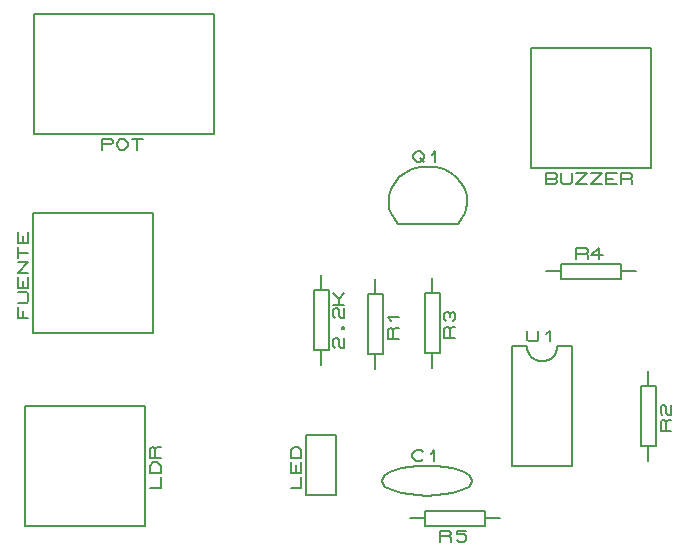
<source format=gbr>
G04 PROTEUS GERBER X2 FILE*
%TF.GenerationSoftware,Labcenter,Proteus,8.13-SP0-Build31525*%
%TF.CreationDate,2025-02-03T13:57:01+00:00*%
%TF.FileFunction,Legend,Top*%
%TF.FilePolarity,Positive*%
%TF.Part,Single*%
%TF.SameCoordinates,{a2927df7-da14-4721-b22e-cf69b3e8405d}*%
%FSLAX45Y45*%
%MOMM*%
G01*
%TA.AperFunction,Material*%
%ADD20C,0.203200*%
%TD.AperFunction*%
D20*
X+512000Y+2206000D02*
X+1528000Y+2206000D01*
X+512000Y+3222000D02*
X+1528000Y+3222000D01*
X+1528000Y+2206000D02*
X+1528000Y+3222000D01*
X+512000Y+2206000D02*
X+512000Y+3222000D01*
X+471360Y+2333000D02*
X+379920Y+2333000D01*
X+379920Y+2428250D01*
X+425640Y+2333000D02*
X+425640Y+2396500D01*
X+379920Y+2460000D02*
X+456120Y+2460000D01*
X+471360Y+2475875D01*
X+471360Y+2539375D01*
X+456120Y+2555250D01*
X+379920Y+2555250D01*
X+471360Y+2682250D02*
X+471360Y+2587000D01*
X+379920Y+2587000D01*
X+379920Y+2682250D01*
X+425640Y+2587000D02*
X+425640Y+2650500D01*
X+471360Y+2714000D02*
X+379920Y+2714000D01*
X+471360Y+2809250D01*
X+379920Y+2809250D01*
X+379920Y+2841000D02*
X+379920Y+2936250D01*
X+379920Y+2888625D02*
X+471360Y+2888625D01*
X+471360Y+3063250D02*
X+471360Y+2968000D01*
X+379920Y+2968000D01*
X+379920Y+3063250D01*
X+425640Y+2968000D02*
X+425640Y+3031500D01*
X+4948000Y+2097000D02*
X+5075000Y+2097000D01*
X+5075000Y+1081000D01*
X+4567000Y+1081000D01*
X+4567000Y+2097000D01*
X+4694000Y+2097000D01*
X+4821000Y+1970000D02*
X+4846876Y+1972436D01*
X+4870848Y+1979485D01*
X+4892438Y+1990762D01*
X+4911170Y+2005878D01*
X+4926569Y+2024446D01*
X+4938158Y+2046081D01*
X+4945460Y+2070394D01*
X+4948000Y+2097000D01*
X+4821000Y+1970000D02*
X+4794394Y+1972436D01*
X+4770081Y+1979485D01*
X+4748446Y+1990762D01*
X+4729878Y+2005878D01*
X+4714762Y+2024446D01*
X+4703485Y+2046081D01*
X+4696436Y+2070394D01*
X+4694000Y+2097000D01*
X+4694000Y+2229080D02*
X+4694000Y+2152880D01*
X+4709875Y+2137640D01*
X+4773375Y+2137640D01*
X+4789250Y+2152880D01*
X+4789250Y+2229080D01*
X+4852750Y+2198600D02*
X+4884500Y+2229080D01*
X+4884500Y+2137640D01*
X+2950000Y+2703000D02*
X+2950000Y+2576000D01*
X+2886500Y+2068000D02*
X+3013500Y+2068000D01*
X+3013500Y+2576000D01*
X+2886500Y+2576000D01*
X+2886500Y+2068000D01*
X+2950000Y+2068000D02*
X+2950000Y+1941000D01*
X+3069380Y+2083875D02*
X+3054140Y+2099750D01*
X+3054140Y+2147375D01*
X+3069380Y+2163250D01*
X+3084620Y+2163250D01*
X+3099860Y+2147375D01*
X+3099860Y+2099750D01*
X+3115100Y+2083875D01*
X+3145580Y+2083875D01*
X+3145580Y+2163250D01*
X+3130340Y+2242625D02*
X+3130340Y+2258500D01*
X+3145580Y+2258500D01*
X+3145580Y+2242625D01*
X+3130340Y+2242625D01*
X+3069380Y+2337875D02*
X+3054140Y+2353750D01*
X+3054140Y+2401375D01*
X+3069380Y+2417250D01*
X+3084620Y+2417250D01*
X+3099860Y+2401375D01*
X+3099860Y+2353750D01*
X+3115100Y+2337875D01*
X+3145580Y+2337875D01*
X+3145580Y+2417250D01*
X+3054140Y+2449000D02*
X+3145580Y+2449000D01*
X+3054140Y+2544250D02*
X+3099860Y+2496625D01*
X+3145580Y+2544250D01*
X+3099860Y+2449000D02*
X+3099860Y+2496625D01*
X+2823000Y+833000D02*
X+3077000Y+833000D01*
X+3077000Y+1341000D01*
X+2823000Y+1341000D01*
X+2823000Y+833000D01*
X+2690920Y+896500D02*
X+2782360Y+896500D01*
X+2782360Y+991750D01*
X+2782360Y+1118750D02*
X+2782360Y+1023500D01*
X+2690920Y+1023500D01*
X+2690920Y+1118750D01*
X+2736640Y+1023500D02*
X+2736640Y+1087000D01*
X+2782360Y+1150500D02*
X+2690920Y+1150500D01*
X+2690920Y+1214000D01*
X+2721400Y+1245750D01*
X+2751880Y+1245750D01*
X+2782360Y+1214000D01*
X+2782360Y+1150500D01*
X+1458000Y+1594000D02*
X+442000Y+1594000D01*
X+1458000Y+578000D02*
X+442000Y+578000D01*
X+442000Y+1594000D02*
X+442000Y+578000D01*
X+1458000Y+1594000D02*
X+1458000Y+578000D01*
X+1498640Y+895500D02*
X+1590080Y+895500D01*
X+1590080Y+990750D01*
X+1590080Y+1022500D02*
X+1498640Y+1022500D01*
X+1498640Y+1086000D01*
X+1529120Y+1117750D01*
X+1559600Y+1117750D01*
X+1590080Y+1086000D01*
X+1590080Y+1022500D01*
X+1590080Y+1149500D02*
X+1498640Y+1149500D01*
X+1498640Y+1228875D01*
X+1513880Y+1244750D01*
X+1529120Y+1244750D01*
X+1544360Y+1228875D01*
X+1544360Y+1149500D01*
X+1544360Y+1228875D02*
X+1559600Y+1244750D01*
X+1590080Y+1244750D01*
X+2044000Y+3892000D02*
X+2044000Y+4908000D01*
X+520000Y+3892000D02*
X+520000Y+4908000D01*
X+2044000Y+4908000D02*
X+520000Y+4908000D01*
X+520000Y+3892000D02*
X+2044000Y+3892000D01*
X+1091500Y+3759920D02*
X+1091500Y+3851360D01*
X+1170875Y+3851360D01*
X+1186750Y+3836120D01*
X+1186750Y+3820880D01*
X+1170875Y+3805640D01*
X+1091500Y+3805640D01*
X+1218500Y+3820880D02*
X+1250250Y+3851360D01*
X+1282000Y+3851360D01*
X+1313750Y+3820880D01*
X+1313750Y+3790400D01*
X+1282000Y+3759920D01*
X+1250250Y+3759920D01*
X+1218500Y+3790400D01*
X+1218500Y+3820880D01*
X+1345500Y+3851360D02*
X+1440750Y+3851360D01*
X+1393125Y+3851360D02*
X+1393125Y+3759920D01*
X+4857000Y+2730000D02*
X+4984000Y+2730000D01*
X+4984000Y+2666500D02*
X+5492000Y+2666500D01*
X+5492000Y+2793500D01*
X+4984000Y+2793500D01*
X+4984000Y+2666500D01*
X+5492000Y+2730000D02*
X+5619000Y+2730000D01*
X+5111000Y+2834140D02*
X+5111000Y+2925580D01*
X+5190375Y+2925580D01*
X+5206250Y+2910340D01*
X+5206250Y+2895100D01*
X+5190375Y+2879860D01*
X+5111000Y+2879860D01*
X+5190375Y+2879860D02*
X+5206250Y+2864620D01*
X+5206250Y+2834140D01*
X+5333250Y+2864620D02*
X+5238000Y+2864620D01*
X+5301500Y+2925580D01*
X+5301500Y+2834140D01*
X+4465022Y+637978D02*
X+4338022Y+637978D01*
X+3830022Y+574478D02*
X+4338022Y+574478D01*
X+4338022Y+701478D01*
X+3830022Y+701478D01*
X+3830022Y+574478D01*
X+3830022Y+637978D02*
X+3703022Y+637978D01*
X+3957022Y+442398D02*
X+3957022Y+533838D01*
X+4036397Y+533838D01*
X+4052272Y+518598D01*
X+4052272Y+503358D01*
X+4036397Y+488118D01*
X+3957022Y+488118D01*
X+4036397Y+488118D02*
X+4052272Y+472878D01*
X+4052272Y+442398D01*
X+4179272Y+533838D02*
X+4099897Y+533838D01*
X+4099897Y+503358D01*
X+4163397Y+503358D01*
X+4179272Y+488118D01*
X+4179272Y+457638D01*
X+4163397Y+442398D01*
X+4115772Y+442398D01*
X+4099897Y+457638D01*
X+3465022Y+957978D02*
X+3472538Y+983854D01*
X+3494192Y+1007826D01*
X+3528646Y+1029416D01*
X+3574560Y+1048148D01*
X+3630594Y+1063547D01*
X+3695408Y+1075136D01*
X+3767664Y+1082438D01*
X+3846022Y+1084978D01*
X+4227022Y+957978D02*
X+4219402Y+983854D01*
X+4197494Y+1007826D01*
X+4162728Y+1029416D01*
X+4116532Y+1048148D01*
X+4060334Y+1063547D01*
X+3995564Y+1075136D01*
X+3923651Y+1082438D01*
X+3846022Y+1084978D01*
X+4227022Y+957978D02*
X+4219402Y+932102D01*
X+4197494Y+908130D01*
X+4162728Y+886540D01*
X+4116532Y+867808D01*
X+4060334Y+852409D01*
X+3995564Y+840820D01*
X+3923651Y+833518D01*
X+3846022Y+830978D01*
X+3465022Y+957978D02*
X+3472538Y+932102D01*
X+3494192Y+908130D01*
X+3528646Y+886540D01*
X+3574560Y+867808D01*
X+3630594Y+852409D01*
X+3695408Y+840820D01*
X+3767664Y+833518D01*
X+3846022Y+830978D01*
X+3814272Y+1140858D02*
X+3798397Y+1125618D01*
X+3750772Y+1125618D01*
X+3719022Y+1156098D01*
X+3719022Y+1186578D01*
X+3750772Y+1217058D01*
X+3798397Y+1217058D01*
X+3814272Y+1201818D01*
X+3877772Y+1186578D02*
X+3909522Y+1217058D01*
X+3909522Y+1125618D01*
X+3410000Y+2663000D02*
X+3410000Y+2536000D01*
X+3346500Y+2028000D02*
X+3473500Y+2028000D01*
X+3473500Y+2536000D01*
X+3346500Y+2536000D01*
X+3346500Y+2028000D01*
X+3410000Y+2028000D02*
X+3410000Y+1901000D01*
X+3605580Y+2155000D02*
X+3514140Y+2155000D01*
X+3514140Y+2234375D01*
X+3529380Y+2250250D01*
X+3544620Y+2250250D01*
X+3559860Y+2234375D01*
X+3559860Y+2155000D01*
X+3559860Y+2234375D02*
X+3575100Y+2250250D01*
X+3605580Y+2250250D01*
X+3544620Y+2313750D02*
X+3514140Y+2345500D01*
X+3605580Y+2345500D01*
X+5720000Y+1883000D02*
X+5720000Y+1756000D01*
X+5656500Y+1248000D02*
X+5783500Y+1248000D01*
X+5783500Y+1756000D01*
X+5656500Y+1756000D01*
X+5656500Y+1248000D01*
X+5720000Y+1248000D02*
X+5720000Y+1121000D01*
X+5915580Y+1375000D02*
X+5824140Y+1375000D01*
X+5824140Y+1454375D01*
X+5839380Y+1470250D01*
X+5854620Y+1470250D01*
X+5869860Y+1454375D01*
X+5869860Y+1375000D01*
X+5869860Y+1454375D02*
X+5885100Y+1470250D01*
X+5915580Y+1470250D01*
X+5839380Y+1517875D02*
X+5824140Y+1533750D01*
X+5824140Y+1581375D01*
X+5839380Y+1597250D01*
X+5854620Y+1597250D01*
X+5869860Y+1581375D01*
X+5869860Y+1533750D01*
X+5885100Y+1517875D01*
X+5915580Y+1517875D01*
X+5915580Y+1597250D01*
X+3890000Y+2673000D02*
X+3890000Y+2546000D01*
X+3826500Y+2038000D02*
X+3953500Y+2038000D01*
X+3953500Y+2546000D01*
X+3826500Y+2546000D01*
X+3826500Y+2038000D01*
X+3890000Y+2038000D02*
X+3890000Y+1911000D01*
X+4085580Y+2165000D02*
X+3994140Y+2165000D01*
X+3994140Y+2244375D01*
X+4009380Y+2260250D01*
X+4024620Y+2260250D01*
X+4039860Y+2244375D01*
X+4039860Y+2165000D01*
X+4039860Y+2244375D02*
X+4055100Y+2260250D01*
X+4085580Y+2260250D01*
X+4009380Y+2307875D02*
X+3994140Y+2323750D01*
X+3994140Y+2371375D01*
X+4009380Y+2387250D01*
X+4024620Y+2387250D01*
X+4039860Y+2371375D01*
X+4055100Y+2387250D01*
X+4070340Y+2387250D01*
X+4085580Y+2371375D01*
X+4085580Y+2323750D01*
X+4070340Y+2307875D01*
X+4039860Y+2339625D02*
X+4039860Y+2371375D01*
X+3599200Y+3134900D02*
X+4107200Y+3134900D01*
X+3523000Y+3300000D02*
X+3527762Y+3261702D01*
X+3542050Y+3222212D01*
X+3565862Y+3180342D01*
X+3599200Y+3134900D01*
X+3523000Y+3300000D02*
X+3525631Y+3364918D01*
X+3542112Y+3424953D01*
X+3571039Y+3478942D01*
X+3611007Y+3525722D01*
X+3660612Y+3564131D01*
X+3718449Y+3593005D01*
X+3783113Y+3611183D01*
X+3853200Y+3617500D01*
X+4183400Y+3300000D02*
X+4178638Y+3261702D01*
X+4164350Y+3222212D01*
X+4140538Y+3180342D01*
X+4107200Y+3134900D01*
X+4183400Y+3300000D02*
X+4180769Y+3364918D01*
X+4164288Y+3424953D01*
X+4135361Y+3478942D01*
X+4095393Y+3525722D01*
X+4045788Y+3564131D01*
X+3987951Y+3593005D01*
X+3923287Y+3611183D01*
X+3853200Y+3617500D01*
X+3726200Y+3719100D02*
X+3757950Y+3749580D01*
X+3789700Y+3749580D01*
X+3821450Y+3719100D01*
X+3821450Y+3688620D01*
X+3789700Y+3658140D01*
X+3757950Y+3658140D01*
X+3726200Y+3688620D01*
X+3726200Y+3719100D01*
X+3789700Y+3688620D02*
X+3821450Y+3658140D01*
X+3884950Y+3719100D02*
X+3916700Y+3749580D01*
X+3916700Y+3658140D01*
X+5742000Y+3602000D02*
X+5742000Y+4618000D01*
X+4726000Y+3602000D02*
X+4726000Y+4618000D01*
X+5742000Y+4618000D02*
X+4726000Y+4618000D01*
X+5742000Y+3602000D02*
X+4726000Y+3602000D01*
X+4853000Y+3469920D02*
X+4853000Y+3561360D01*
X+4932375Y+3561360D01*
X+4948250Y+3546120D01*
X+4948250Y+3530880D01*
X+4932375Y+3515640D01*
X+4948250Y+3500400D01*
X+4948250Y+3485160D01*
X+4932375Y+3469920D01*
X+4853000Y+3469920D01*
X+4853000Y+3515640D02*
X+4932375Y+3515640D01*
X+4980000Y+3561360D02*
X+4980000Y+3485160D01*
X+4995875Y+3469920D01*
X+5059375Y+3469920D01*
X+5075250Y+3485160D01*
X+5075250Y+3561360D01*
X+5107000Y+3561360D02*
X+5202250Y+3561360D01*
X+5107000Y+3469920D01*
X+5202250Y+3469920D01*
X+5234000Y+3561360D02*
X+5329250Y+3561360D01*
X+5234000Y+3469920D01*
X+5329250Y+3469920D01*
X+5456250Y+3469920D02*
X+5361000Y+3469920D01*
X+5361000Y+3561360D01*
X+5456250Y+3561360D01*
X+5361000Y+3515640D02*
X+5424500Y+3515640D01*
X+5488000Y+3469920D02*
X+5488000Y+3561360D01*
X+5567375Y+3561360D01*
X+5583250Y+3546120D01*
X+5583250Y+3530880D01*
X+5567375Y+3515640D01*
X+5488000Y+3515640D01*
X+5567375Y+3515640D02*
X+5583250Y+3500400D01*
X+5583250Y+3469920D01*
M02*

</source>
